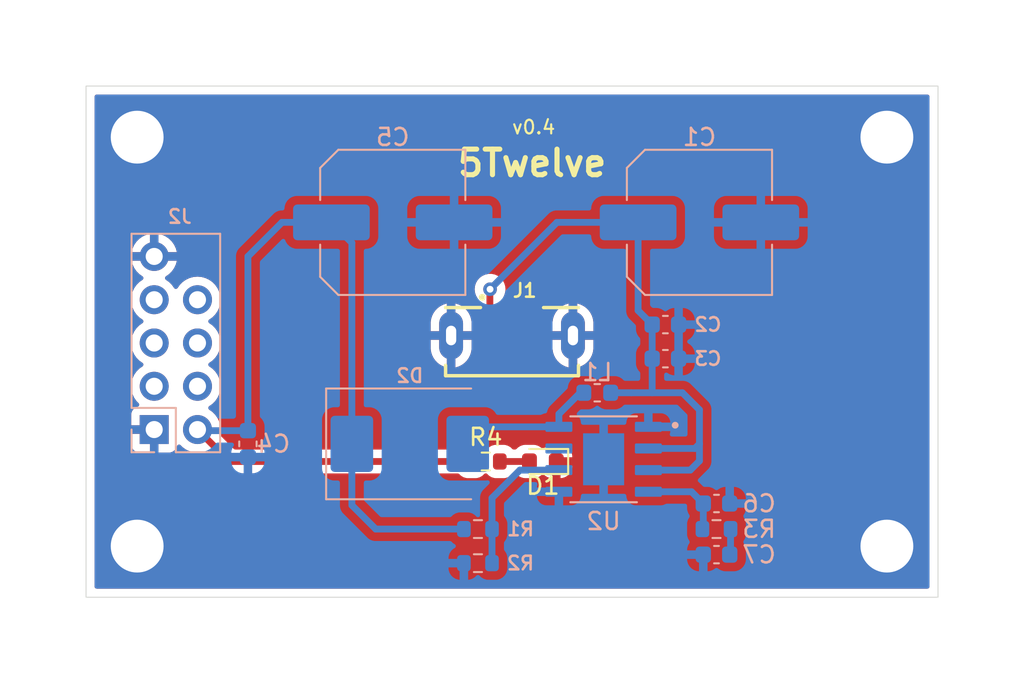
<source format=kicad_pcb>
(kicad_pcb (version 20240108) (generator "pcbnew") (generator_version "8.0")
  (title_block (title "5Twelve") (date "2024-12-13") (rev "0.4"))
  (layers (0 "F.Cu" signal) (31 "B.Cu" signal) (34 "B.Paste" user) (35 "F.Paste" user) (36 "B.SilkS" user "B.Silkscreen") (37 "F.SilkS" user "F.Silkscreen") (38 "B.Mask" user) (39 "F.Mask" user) (44 "Edge.Cuts" user))
  (net 0 "")
  (net 1 "Net-(J1-VBUS)")
  (net 2 "GND")
  (net 3 "Net-(D2-K)")
  (net 14 "Net-(U2-COMP)")
  (net 15 "Net-(D1-A)")
  (net 16 "Net-(D2-A)")
  (net 17 "Net-(C7-Pad1)")
  (net 18 "Net-(U2-FB)")
  (footprint "USB3140-30-0230-1-C_REVE1:GCT_USB3140-30-0230-1-C_REVE1" (layer "F.Cu") (at 75 65)
    (property "Reference" "J1" (at 0.7452 -3 0) (layer "F.SilkS") (effects (font (size 0.8 0.8))))
    (property "Value" "USB_B_Micro" (hide yes))
    (fp_line (start -3.9 -2) (end -1.85 -2) (stroke (width 0.2)) (layer "F.SilkS"))
    (fp_line (start -3.9 2) (end -3.9 1.39) (stroke (width 0.2)) (layer "F.SilkS"))
    (fp_line (start -3.9 2) (end 3.9 2) (stroke (width 0.2)) (layer "F.SilkS"))
    (fp_line (start 1.85 -2) (end 3.9 -2) (stroke (width 0.2)) (layer "F.SilkS"))
    (fp_line (start 3.9 2) (end 3.9 1.39) (stroke (width 0.2)) (layer "F.SilkS"))
    (fp_circle (center -1.75 -2.6) (end -1.65 -2.6) (stroke (width 0.2)) (fill none) (layer "F.SilkS"))
    (pad "1" smd rect (at -1.3 -1.25) (size 0.4 1.5) (layers "F.Cu" "F.Paste" "F.Mask") (net 1 "Net-(J1-VBUS)"))
    (pad "2" smd rect (at -0.65 -1.25) (size 0.4 1.5) (layers "F.Cu" "F.Paste" "F.Mask"))
    (pad "3" smd rect (at 0 -1.25) (size 0.4 1.5) (layers "F.Cu" "F.Paste" "F.Mask"))
    (pad "4" smd rect (at 0.65 -1.25) (size 0.4 1.5) (layers "F.Cu" "F.Paste" "F.Mask"))
    (pad "5" smd rect (at 1.3 -1.25) (size 0.4 1.5) (layers "F.Cu" "F.Paste" "F.Mask") (net 2 "GND"))
    (pad "S1" thru_hole oval (at -3.575 -0.36) (size 1.4 2.8) (drill oval 0.6 1.15) (layers "*.Cu") (net 2 "GND"))
    (pad "S2" thru_hole oval (at 3.575 -0.36) (size 1.4 2.8) (drill oval 0.6 1.15) (layers "*.Cu") (net 2 "GND"))
  )
  (footprint "LED_SMD:LED_0603_1608Metric" (layer "F.Cu") (at 76.8096 72.0344 180)
    (property "Reference" "D1" (at 0 -1.43 0) (layer "F.SilkS"))
    (property "Value" "LED")
    (fp_line (start 0.8 -0.735) (end -1.485 -0.735) (stroke (width 0.12)) (layer "F.SilkS"))
    (fp_line (start -1.485 0.735) (end 0.8 0.735) (stroke (width 0.12)) (layer "F.SilkS"))
    (fp_line (start -1.485 -0.735) (end -1.485 0.735) (stroke (width 0.12)) (layer "F.SilkS"))
    (pad "1" smd roundrect (at -0.7875 0 180) (size 0.875 0.95) (layers "F.Cu" "F.Paste" "F.Mask") (net 2 "GND"))
    (pad "2" smd roundrect (at 0.7875 0 180) (size 0.875 0.95) (layers "F.Cu" "F.Paste" "F.Mask") (net 15 "Net-(D1-A)"))
  )
  (footprint "Resistor_SMD:R_0603_1608Metric" (layer "F.Cu") (at 73.4568 72.0344)
    (property "Reference" "R4" (at 0 -1.43 0) (layer "F.SilkS"))
    (property "Value" "1k")
    (fp_line (start -0.237258 -0.5225) (end 0.237258 -0.5225) (stroke (width 0.12)) (layer "F.SilkS"))
    (fp_line (start -0.237258 0.5225) (end 0.237258 0.5225) (stroke (width 0.12)) (layer "F.SilkS"))
    (pad "1" smd roundrect (at -0.825 0) (size 0.8 0.95) (layers "F.Cu" "F.Paste" "F.Mask") (net 3 "Net-(D2-K)"))
    (pad "2" smd roundrect (at 0.825 0) (size 0.8 0.95) (layers "F.Cu" "F.Paste" "F.Mask") (net 15 "Net-(D1-A)"))
  )
  (footprint "Resistor_SMD:R_0603_1608Metric" (layer "B.Cu") (at 73 78 180)
    (property "Reference" "R2" (at -2.5 0 0) (layer "B.SilkS") (effects (font (size 0.8 0.8)) (justify mirror)))
    (property "Value" "10k")
    (fp_line (start 0.237258 0.5225) (end -0.237258 0.5225) (stroke (width 0.12)) (layer "B.SilkS"))
    (fp_line (start 0.237258 -0.5225) (end -0.237258 -0.5225) (stroke (width 0.12)) (layer "B.SilkS"))
    (pad "1" smd roundrect (at -0.825 0 180) (size 0.8 0.95) (layers "B.Cu" "B.Paste" "B.Mask") (net 18 "Net-(U2-FB)"))
    (pad "2" smd roundrect (at 0.825 0 180) (size 0.8 0.95) (layers "B.Cu" "B.Paste" "B.Mask") (net 2 "GND"))
  )
  (footprint "Resistor_SMD:R_0603_1608Metric" (layer "B.Cu") (at 87 76)
    (property "Reference" "R3" (at 2.5 0 0) (layer "B.SilkS") (effects (justify mirror)))
    (property "Value" "51k")
    (fp_line (start 0.237258 -0.5225) (end -0.237258 -0.5225) (stroke (width 0.12)) (layer "B.SilkS"))
    (fp_line (start 0.237258 0.5225) (end -0.237258 0.5225) (stroke (width 0.12)) (layer "B.SilkS"))
    (pad "1" smd roundrect (at -0.825 0) (size 0.8 0.95) (layers "B.Cu" "B.Paste" "B.Mask") (net 14 "Net-(U2-COMP)"))
    (pad "2" smd roundrect (at 0.825 0) (size 0.8 0.95) (layers "B.Cu" "B.Paste" "B.Mask") (net 17 "Net-(C7-Pad1)"))
  )
  (footprint "Connector_PinHeader_2.54mm:PinHeader_2x05_P2.54mm_Vertical" (layer "B.Cu") (at 54 70.16)
    (property "Reference" "J2" (at 1.5 -12.5 0) (layer "B.SilkS") (effects (font (size 0.8 0.8)) (justify mirror)))
    (property "Value" "PZ254V-12-10P" (hide yes))
    (fp_line (start -1.33 -11.49) (end -1.33 -1.27) (stroke (width 0.12)) (layer "B.SilkS"))
    (fp_line (start -1.33 1.33) (end -1.33 0) (stroke (width 0.12)) (layer "B.SilkS"))
    (fp_line (start 0 1.33) (end -1.33 1.33) (stroke (width 0.12)) (layer "B.SilkS"))
    (fp_line (start 1.27 -1.27) (end -1.33 -1.27) (stroke (width 0.12)) (layer "B.SilkS"))
    (fp_line (start 1.27 1.33) (end 1.27 -1.27) (stroke (width 0.12)) (layer "B.SilkS"))
    (fp_line (start 3.87 -11.49) (end -1.33 -11.49) (stroke (width 0.12)) (layer "B.SilkS"))
    (fp_line (start 3.87 -11.49) (end 3.87 1.33) (stroke (width 0.12)) (layer "B.SilkS"))
    (fp_line (start 3.87 1.33) (end 1.27 1.33) (stroke (width 0.12)) (layer "B.SilkS"))
    (pad "1" thru_hole rect (at 0 0) (size 1.7 1.7) (drill 1) (layers "*.Cu" "*.Mask") (net 2 "GND"))
    (pad "2" thru_hole oval (at 2.54 0) (size 1.7 1.7) (drill 1) (layers "*.Cu" "*.Mask") (net 3 "Net-(D2-K)"))
    (pad "3" thru_hole oval (at 0 -2.54) (size 1.7 1.7) (drill 1) (layers "*.Cu" "*.Mask"))
    (pad "4" thru_hole oval (at 2.54 -2.54) (size 1.7 1.7) (drill 1) (layers "*.Cu" "*.Mask"))
    (pad "5" thru_hole oval (at 0 -5.08) (size 1.7 1.7) (drill 1) (layers "*.Cu" "*.Mask"))
    (pad "6" thru_hole oval (at 2.54 -5.08) (size 1.7 1.7) (drill 1) (layers "*.Cu" "*.Mask"))
    (pad "7" thru_hole oval (at 0 -7.62) (size 1.7 1.7) (drill 1) (layers "*.Cu" "*.Mask"))
    (pad "8" thru_hole oval (at 2.54 -7.62) (size 1.7 1.7) (drill 1) (layers "*.Cu" "*.Mask"))
    (pad "9" thru_hole oval (at 0 -10.16) (size 1.7 1.7) (drill 1) (layers "*.Cu" "*.Mask") (net 2 "GND"))
  )
  (footprint "Inductor_SMD:L_0603_1608Metric" (layer "B.Cu") (at 80 68 180)
    (property "Reference" "L1" (at 0 1.2 0) (layer "B.SilkS") (effects (justify mirror)))
    (property "Value" "l=0.0000068")
    (fp_line (start 0.162779 0.51) (end -0.162779 0.51) (stroke (width 0.12)) (layer "B.SilkS"))
    (fp_line (start 0.162779 -0.51) (end -0.162779 -0.51) (stroke (width 0.12)) (layer "B.SilkS"))
    (pad "1" smd roundrect (at -0.7875 0 180) (size 0.875 0.95) (layers "B.Cu" "B.Paste" "B.Mask") (net 1 "Net-(J1-VBUS)"))
    (pad "2" smd roundrect (at 0.7875 0 180) (size 0.875 0.95) (layers "B.Cu" "B.Paste" "B.Mask") (net 16 "Net-(D2-A)"))
  )
  (footprint "Capacitor_SMD:C_0603_1608Metric" (layer "B.Cu") (at 87 74.5)
    (property "Reference" "C6" (at 2.5 0 0) (layer "B.SilkS") (effects (justify mirror)))
    (property "Value" "47pF")
    (fp_line (start 0.14058 -0.51) (end -0.14058 -0.51) (stroke (width 0.12)) (layer "B.SilkS"))
    (fp_line (start 0.14058 0.51) (end -0.14058 0.51) (stroke (width 0.12)) (layer "B.SilkS"))
    (pad "1" smd roundrect (at -0.775 0) (size 0.9 0.95) (layers "B.Cu" "B.Paste" "B.Mask") (net 14 "Net-(U2-COMP)"))
    (pad "2" smd roundrect (at 0.775 0) (size 0.9 0.95) (layers "B.Cu" "B.Paste" "B.Mask") (net 2 "GND"))
  )
  (footprint "Capacitor_SMD:C_0603_1608Metric" (layer "B.Cu") (at 59.5 71 -90)
    (property "Reference" "C4" (at 0 -1.5 0) (layer "B.SilkS") (effects (justify mirror)))
    (property "Value" "10uF")
    (fp_line (start 0.14058 0.51) (end -0.14058 0.51) (stroke (width 0.12)) (layer "B.SilkS"))
    (fp_line (start 0.14058 -0.51) (end -0.14058 -0.51) (stroke (width 0.12)) (layer "B.SilkS"))
    (pad "1" smd roundrect (at -0.775 0 270) (size 0.9 0.95) (layers "B.Cu" "B.Paste" "B.Mask") (net 3 "Net-(D2-K)"))
    (pad "2" smd roundrect (at 0.775 0 270) (size 0.9 0.95) (layers "B.Cu" "B.Paste" "B.Mask") (net 2 "GND"))
  )
  (footprint "Capacitor_SMD:C_0603_1608Metric" (layer "B.Cu") (at 84 66 180)
    (property "Reference" "C3" (at -2.5 0 0) (layer "B.SilkS") (effects (font (size 0.8 0.8)) (justify mirror)))
    (property "Value" "1uF")
    (fp_line (start 0.14058 0.51) (end -0.14058 0.51) (stroke (width 0.12)) (layer "B.SilkS"))
    (fp_line (start 0.14058 -0.51) (end -0.14058 -0.51) (stroke (width 0.12)) (layer "B.SilkS"))
    (pad "1" smd roundrect (at -0.775 0 180) (size 0.9 0.95) (layers "B.Cu" "B.Paste" "B.Mask") (net 2 "GND"))
    (pad "2" smd roundrect (at 0.775 0 180) (size 0.9 0.95) (layers "B.Cu" "B.Paste" "B.Mask") (net 1 "Net-(J1-VBUS)"))
  )
  (footprint "Capacitor_SMD:C_0603_1608Metric" (layer "B.Cu") (at 84 64)
    (property "Reference" "C2" (at 2.5 0 0) (layer "B.SilkS") (effects (font (size 0.8 0.8)) (justify mirror)))
    (property "Value" "10uF")
    (fp_line (start 0.14058 -0.51) (end -0.14058 -0.51) (stroke (width 0.12)) (layer "B.SilkS"))
    (fp_line (start 0.14058 0.51) (end -0.14058 0.51) (stroke (width 0.12)) (layer "B.SilkS"))
    (pad "1" smd roundrect (at -0.775 0) (size 0.9 0.95) (layers "B.Cu" "B.Paste" "B.Mask") (net 1 "Net-(J1-VBUS)"))
    (pad "2" smd roundrect (at 0.775 0) (size 0.9 0.95) (layers "B.Cu" "B.Paste" "B.Mask") (net 2 "GND"))
  )
  (footprint "Capacitor_SMD:C_Elec_8x10.2" (layer "B.Cu") (at 86 58)
    (property "Reference" "C1" (at 0 -5 0) (layer "B.SilkS") (effects (justify mirror)))
    (property "Value" "470uF")
    (fp_line (start -4.26 -1.31) (end -4.26 -3.195563) (stroke (width 0.12)) (layer "B.SilkS"))
    (fp_line (start -4.26 1.31) (end -4.26 3.195563) (stroke (width 0.12)) (layer "B.SilkS"))
    (fp_line (start -3.195563 -4.26) (end -4.26 -3.195563) (stroke (width 0.12)) (layer "B.SilkS"))
    (fp_line (start -3.195563 4.26) (end -4.26 3.195563) (stroke (width 0.12)) (layer "B.SilkS"))
    (fp_line (start 4.26 -4.26) (end -3.195563 -4.26) (stroke (width 0.12)) (layer "B.SilkS"))
    (fp_line (start 4.26 -1.31) (end 4.26 -4.26) (stroke (width 0.12)) (layer "B.SilkS"))
    (fp_line (start 4.26 1.31) (end 4.26 4.26) (stroke (width 0.12)) (layer "B.SilkS"))
    (fp_line (start 4.26 4.26) (end -3.195563 4.26) (stroke (width 0.12)) (layer "B.SilkS"))
    (pad "1" smd roundrect (at -3.6 0) (size 4.5 2.1) (layers "B.Cu" "B.Paste" "B.Mask") (roundrect_rratio 0.119048) (net 1 "Net-(J1-VBUS)"))
    (pad "2" smd roundrect (at 3.6 0) (size 4.5 2.1) (layers "B.Cu" "B.Paste" "B.Mask") (roundrect_rratio 0.119048) (net 2 "GND"))
  )
  (footprint "PAM2423:SOIC127P600X163-9N" (layer "B.Cu") (at 80.375 71.905 180)
    (property "Reference" "U2" (at 0 -3.635 0) (layer "B.SilkS") (effects (justify mirror)))
    (property "Value" "PAM2423AECADJR")
    (fp_line (start 1.95 2.52) (end -1.95 2.52) (stroke (width 0.127)) (layer "B.SilkS"))
    (fp_line (start 1.95 -2.52) (end -1.95 -2.52) (stroke (width 0.127)) (layer "B.SilkS"))
    (fp_circle (center -4.2 2) (end -4.1 2) (stroke (width 0.2)) (fill none) (layer "B.SilkS"))
    (pad "1" smd roundrect (at -2.625 1.905 180) (size 1.58 0.59) (layers "B.Cu" "B.Paste" "B.Mask") (roundrect_rratio 0.125) (net 2 "GND"))
    (pad "2" smd roundrect (at -2.625 0.635 180) (size 1.58 0.59) (layers "B.Cu" "B.Paste" "B.Mask") (roundrect_rratio 0.125) (net 1 "Net-(J1-VBUS)"))
    (pad "3" smd roundrect (at -2.625 -0.635 180) (size 1.58 0.59) (layers "B.Cu" "B.Paste" "B.Mask") (roundrect_rratio 0.125) (net 1 "Net-(J1-VBUS)"))
    (pad "4" smd roundrect (at -2.625 -1.905 180) (size 1.58 0.59) (layers "B.Cu" "B.Paste" "B.Mask") (roundrect_rratio 0.125) (net 14 "Net-(U2-COMP)"))
    (pad "5" smd roundrect (at 2.625 -1.905 180) (size 1.58 0.59) (layers "B.Cu" "B.Paste" "B.Mask") (roundrect_rratio 0.125) (net 2 "GND"))
    (pad "6" smd roundrect (at 2.625 -0.635 180) (size 1.58 0.59) (layers "B.Cu" "B.Paste" "B.Mask") (roundrect_rratio 0.125) (net 18 "Net-(U2-FB)"))
    (pad "7" smd roundrect (at 2.625 0.635 180) (size 1.58 0.59) (layers "B.Cu" "B.Paste" "B.Mask") (roundrect_rratio 0.125))
    (pad "8" smd roundrect (at 2.625 1.905 180) (size 1.58 0.59) (layers "B.Cu" "B.Paste" "B.Mask") (roundrect_rratio 0.125) (net 16 "Net-(D2-A)"))
    (pad "9" smd rect (at 0 0 180) (size 2.41 3.05) (layers "B.Cu" "B.Mask") (net 2 "GND"))
  )
  (footprint "Capacitor_SMD:C_Elec_8x10.2" (layer "B.Cu") (at 68 58)
    (property "Reference" "C5" (at 0 -5 0) (layer "B.SilkS") (effects (justify mirror)))
    (property "Value" "470uF")
    (fp_line (start -4.26 -1.31) (end -4.26 -3.195563) (stroke (width 0.12)) (layer "B.SilkS"))
    (fp_line (start -4.26 1.31) (end -4.26 3.195563) (stroke (width 0.12)) (layer "B.SilkS"))
    (fp_line (start -3.195563 -4.26) (end -4.26 -3.195563) (stroke (width 0.12)) (layer "B.SilkS"))
    (fp_line (start -3.195563 4.26) (end -4.26 3.195563) (stroke (width 0.12)) (layer "B.SilkS"))
    (fp_line (start 4.26 -4.26) (end -3.195563 -4.26) (stroke (width 0.12)) (layer "B.SilkS"))
    (fp_line (start 4.26 -1.31) (end 4.26 -4.26) (stroke (width 0.12)) (layer "B.SilkS"))
    (fp_line (start 4.26 1.31) (end 4.26 4.26) (stroke (width 0.12)) (layer "B.SilkS"))
    (fp_line (start 4.26 4.26) (end -3.195563 4.26) (stroke (width 0.12)) (layer "B.SilkS"))
    (pad "1" smd roundrect (at -3.6 0) (size 4.5 2.1) (layers "B.Cu" "B.Paste" "B.Mask") (roundrect_rratio 0.119048) (net 3 "Net-(D2-K)"))
    (pad "2" smd roundrect (at 3.6 0) (size 4.5 2.1) (layers "B.Cu" "B.Paste" "B.Mask") (roundrect_rratio 0.119048) (net 2 "GND"))
  )
  (footprint "Diode_SMD:D_SMC" (layer "B.Cu") (at 69 71)
    (property "Reference" "D2" (at 0 -4 0) (layer "B.SilkS") (effects (font (size 0.8 0.8)) (justify mirror)))
    (property "Value" "SS34")
    (fp_line (start -4.91 3.25) (end -4.91 -3.25) (stroke (width 0.12)) (layer "B.SilkS"))
    (fp_line (start 3.6 -3.25) (end -4.91 -3.25) (stroke (width 0.12)) (layer "B.SilkS"))
    (fp_line (start 3.6 3.25) (end -4.91 3.25) (stroke (width 0.12)) (layer "B.SilkS"))
    (pad "1" smd roundrect (at -3.4 0 270) (size 3.3 2.5) (layers "B.Cu" "B.Paste" "B.Mask") (roundrect_rratio 0.1) (net 3 "Net-(D2-K)"))
    (pad "2" smd roundrect (at 3.4 0 270) (size 3.3 2.5) (layers "B.Cu" "B.Paste" "B.Mask") (roundrect_rratio 0.1) (net 16 "Net-(D2-A)"))
  )
  (footprint "Capacitor_SMD:C_0603_1608Metric" (layer "B.Cu") (at 87 77.5 180)
    (property "Reference" "C7" (at -2.5 0 0) (layer "B.SilkS") (effects (justify mirror)))
    (property "Value" "2.2nF")
    (fp_line (start 0.14058 0.51) (end -0.14058 0.51) (stroke (width 0.12)) (layer "B.SilkS"))
    (fp_line (start 0.14058 -0.51) (end -0.14058 -0.51) (stroke (width 0.12)) (layer "B.SilkS"))
    (pad "1" smd roundrect (at -0.775 0 180) (size 0.9 0.95) (layers "B.Cu" "B.Paste" "B.Mask") (net 17 "Net-(C7-Pad1)"))
    (pad "2" smd roundrect (at 0.775 0 180) (size 0.9 0.95) (layers "B.Cu" "B.Paste" "B.Mask") (net 2 "GND"))
  )
  (footprint "Resistor_SMD:R_0603_1608Metric" (layer "B.Cu") (at 73 76 180)
    (property "Reference" "R1" (at -2.5 0 0) (layer "B.SilkS") (effects (font (size 0.8 0.8)) (justify mirror)))
    (property "Value" "10k")
    (fp_line (start 0.237258 0.5225) (end -0.237258 0.5225) (stroke (width 0.12)) (layer "B.SilkS"))
    (fp_line (start 0.237258 -0.5225) (end -0.237258 -0.5225) (stroke (width 0.12)) (layer "B.SilkS"))
    (pad "1" smd roundrect (at -0.825 0 180) (size 0.8 0.95) (layers "B.Cu" "B.Paste" "B.Mask") (net 18 "Net-(U2-FB)"))
    (pad "2" smd roundrect (at 0.825 0 180) (size 0.8 0.95) (layers "B.Cu" "B.Paste" "B.Mask") (net 3 "Net-(D2-K)"))
  )
  (gr_rect (start 50 50) (end 100 80) (stroke (width 0.05)) (fill none) (layer "Edge.Cuts"))
  (gr_text "5Twelve" (at 71.656 55.4008 0) (layer "F.SilkS") (effects (font (size 1.5 1.5) (thickness 0.3) (bold yes)) (justify left bottom)))
  (gr_text "v0.4" (at 74.93 52.8828 0) (layer "F.SilkS") (effects (font (size 0.8 0.8) (thickness 0.125)) (justify left bottom)))
  (segment (start 73.7 61.936) (end 73.7108 61.9252) (width 0.2) (layer "F.Cu") (net 1))
  (segment (start 73.7 63.75) (end 73.7 61.936) (width 0.4) (layer "F.Cu") (net 1))
  (via (at 73.7108 61.9252) (size 0.8) (drill 0.4) (layers "F.Cu" "B.Cu") (net 1))
  (segment (start 83.225 66) (end 83.225 66.225) (width 0.4) (layer "B.Cu") (net 1))
  (segment (start 83.225 66) (end 83.225 68) (width 0.4) (layer "B.Cu") (net 1))
  (segment (start 82 68) (end 85 68) (width 0.4) (layer "B.Cu") (net 1))
  (segment (start 82 68) (end 80.7875 68) (width 0.4) (layer "B.Cu") (net 1))
  (segment (start 86 71) (end 86 72) (width 0.4) (layer "B.Cu") (net 1))
  (segment (start 85 68) (end 86 69) (width 0.4) (layer "B.Cu") (net 1))
  (segment (start 85.46 72.54) (end 83 72.54) (width 0.4) (layer "B.Cu") (net 1))
  (segment (start 85.73 71.27) (end 86 71) (width 0.4) (layer "B.Cu") (net 1))
  (segment (start 83.225 64) (end 83.225 66) (width 0.4) (layer "B.Cu") (net 1))
  (segment (start 86 69) (end 86 71) (width 0.4) (layer "B.Cu") (net 1))
  (segment (start 83 71.27) (end 85.73 71.27) (width 0.4) (layer "B.Cu") (net 1))
  (segment (start 82.4 58) (end 82.4 63.175) (width 0.4) (layer "B.Cu") (net 1))
  (segment (start 82.4 63.175) (end 83.225 64) (width 0.4) (layer "B.Cu") (net 1))
  (segment (start 77.636 58) (end 82.4 58) (width 0.4) (layer "B.Cu") (net 1))
  (segment (start 73.7108 61.9252) (end 77.636 58) (width 0.4) (layer "B.Cu") (net 1))
  (segment (start 86 72) (end 85.46 72.54) (width 0.4) (layer "B.Cu") (net 1))
  (via (at 97 53) (size 3.4) (drill 3.1) (layers "F.Cu" "B.Cu") (net 2))
  (via (at 97 77) (size 3.4) (drill 3.1) (layers "F.Cu" "B.Cu") (net 2))
  (via (at 53 77) (size 3.4) (drill 3.1) (layers "F.Cu" "B.Cu") (net 2))
  (via (at 53 53) (size 3.4) (drill 3.1) (layers "F.Cu" "B.Cu") (net 2))
  (segment (start 58.4144 72.0344) (end 56.54 70.16) (width 0.4) (layer "F.Cu") (net 3))
  (segment (start 72.6318 72.0344) (end 58.4144 72.0344) (width 0.4) (layer "F.Cu") (net 3))
  (segment (start 59.5 70.225) (end 56.605 70.225) (width 0.4) (layer "B.Cu") (net 3))
  (segment (start 67 76) (end 72.175 76) (width 0.4) (layer "B.Cu") (net 3))
  (segment (start 61.5 58) (end 59.5 60) (width 0.4) (layer "B.Cu") (net 3))
  (segment (start 64.4 58) (end 61.5 58) (width 0.4) (layer "B.Cu") (net 3))
  (segment (start 65.6 71) (end 65.6 59.2) (width 0.4) (layer "B.Cu") (net 3))
  (segment (start 56.605 70.225) (end 56.54 70.16) (width 0.4) (layer "B.Cu") (net 3))
  (segment (start 65.6 71) (end 65.6 74.6) (width 0.4) (layer "B.Cu") (net 3))
  (segment (start 65.6 59.2) (end 64.4 58) (width 0.4) (layer "B.Cu") (net 3))
  (segment (start 65.6 74.6) (end 67 76) (width 0.4) (layer "B.Cu") (net 3))
  (segment (start 59.5 60) (end 59.5 70.225) (width 0.4) (layer "B.Cu") (net 3))
  (segment (start 86.225 74.5) (end 86.225 75.95) (width 0.4) (layer "B.Cu") (net 14))
  (segment (start 83 73.81) (end 85.535 73.81) (width 0.4) (layer "B.Cu") (net 14))
  (segment (start 86.225 75.95) (end 86.175 76) (width 0.4) (layer "B.Cu") (net 14))
  (segment (start 85.535 73.81) (end 86.225 74.5) (width 0.4) (layer "B.Cu") (net 14))
  (segment (start 74.2818 72.0344) (end 76.0221 72.0344) (width 0.4) (layer "F.Cu") (net 15))
  (segment (start 77.75 70) (end 73.4 70) (width 0.4) (layer "B.Cu") (net 16))
  (segment (start 79 68) (end 77.75 69.25) (width 0.4) (layer "B.Cu") (net 16))
  (segment (start 79.2125 68) (end 79 68) (width 0.4) (layer "B.Cu") (net 16))
  (segment (start 77.75 69.25) (end 77.75 70) (width 0.4) (layer "B.Cu") (net 16))
  (segment (start 73.4 70) (end 72.4 71) (width 0.4) (layer "B.Cu") (net 16))
  (segment (start 87.825 77.45) (end 87.775 77.5) (width 0.4) (layer "B.Cu") (net 17))
  (segment (start 87.825 76) (end 87.825 77.45) (width 0.4) (layer "B.Cu") (net 17))
  (segment (start 73.825 78) (end 73.825 76) (width 0.4) (layer "B.Cu") (net 18))
  (segment (start 75.46 72.54) (end 77.75 72.54) (width 0.4) (layer "B.Cu") (net 18))
  (segment (start 73.825 74.175) (end 75.46 72.54) (width 0.4) (layer "B.Cu") (net 18))
  (segment (start 73.825 76) (end 73.825 74.175) (width 0.4) (layer "B.Cu") (net 18))
  (zone (net 2) (net_name "GND") (layers "F&B.Cu") (connect_pads (clearance 0.5)) (min_thickness 0.25) (fill yes (thermal_gap 0.5) (thermal_bridge_width 0.5))
    (polygon (pts (xy 49.9872 49.9872) (xy 99.9744 49.9872) (xy 99.9744 80.01) (xy 49.9872 80.01)))
  )
)
</source>
